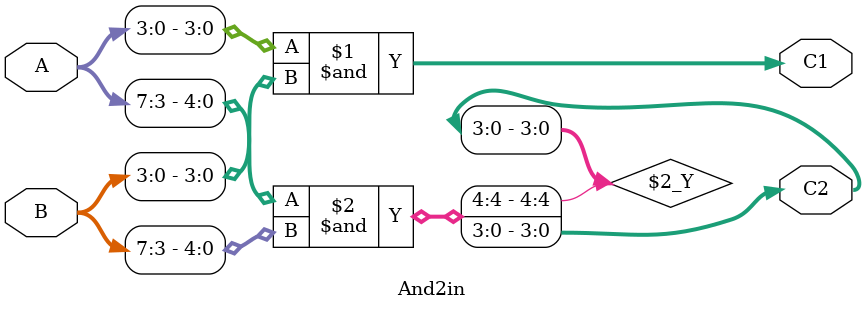
<source format=v>
module And2in (A,B,C1,C2);
 
input [7:0] A  ;
input  [7:0] B ;
output [3:0] C1 ;
output [3:0] C2 ;

assign  C1=A[0+:4] & B[0+:4] ;
assign C2=A[3+:5] & B[3+:5] ;

endmodule

</source>
